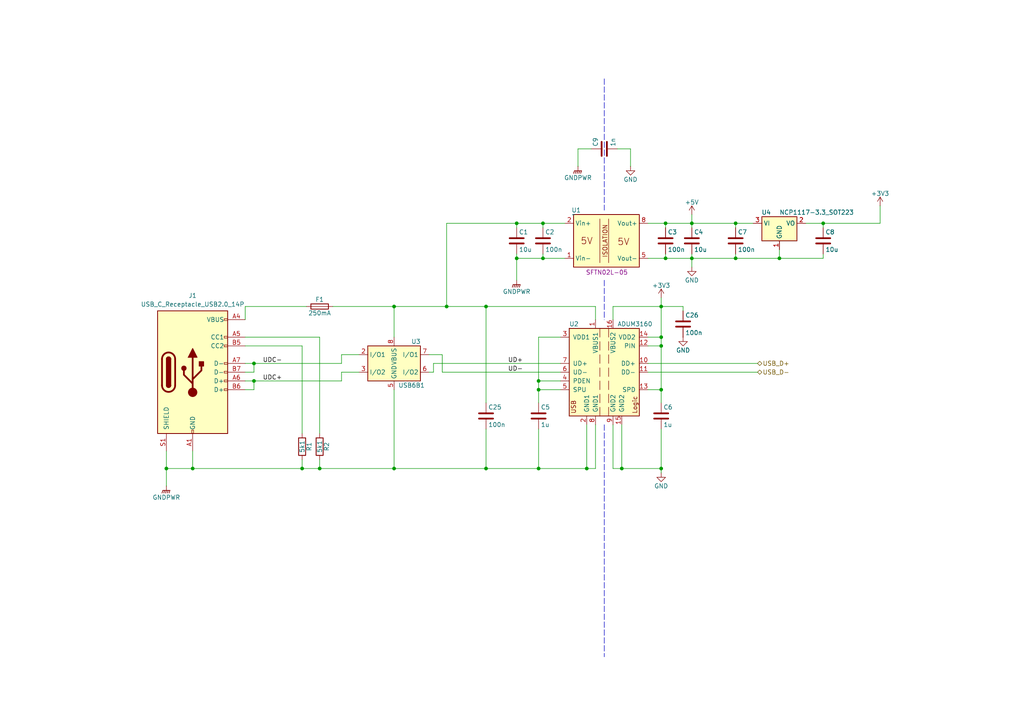
<source format=kicad_sch>
(kicad_sch (version 20250114) (generator "eeschema") (generator_version "9.0")
  (paper "A4")
  (lib_symbols
    (symbol "64Parts:SMD_DCDC_5V5V"
      (property "Reference" "U" (at 0.762 1.27 0))
      (property "MPN_MOUSER" "SFTN02L-05" (at 9.652 -16.764 0))
      (symbol "SMD_DCDC_5V5V_0_1"
        (polyline (pts (xy 7.62 -1.27) (xy 7.62 -13.97)))
        (polyline (pts (xy 10.16 -1.27) (xy 10.16 -13.97)))
      )
      (symbol "SMD_DCDC_5V5V_1_1"
        (rectangle (start 0 0) (end 19.05 -15.24) (stroke (width 0.254)) (fill (type background)))
        (text "5V" (at 3.81 -7.62 0) (effects (font (size 1.905 1.905))))
        (text "ISOLATION" (at 9.144 -7.62 900) (effects (font (size 1.27 1.27))))
        (text "5V" (at 14.478 -7.874 0) (effects (font (size 1.905 1.905))))
        (pin power_in line (at -2.54 -2.54 0) (length 2.54) (name "Vin+") (number "2"))
        (pin no_connect line (at -2.54 -5.08 0) (length 2.54) (hide yes) (name "NC") (number "3"))
        (pin no_connect line (at -2.54 -7.62 0) (length 2.54) (hide yes) (name "NC") (number "6"))
        (pin no_connect line (at -2.54 -10.16 0) (length 2.54) (hide yes) (name "NC") (number "7"))
        (pin power_in line (at -2.54 -12.7 0) (length 2.54) (name "Vin-") (number "1"))
        (pin power_out line (at 21.59 -2.54 180) (length 2.54) (name "Vout+") (number "8"))
        (pin no_connect line (at 21.59 -5.08 180) (length 2.54) (hide yes) (name "NC") (number "12"))
        (pin no_connect line (at 21.59 -7.62 180) (length 2.54) (hide yes) (name "NC") (number "11"))
        (pin no_connect line (at 21.59 -10.16 180) (length 2.54) (hide yes) (name "NC") (number "10"))
        (pin power_out line (at 21.59 -12.7 180) (length 2.54) (name "Vout-") (number "5"))
      )
    )
    (symbol "Connector:USB_C_Receptacle_USB2.0_14P" (pin_names (offset 1.016))
      (property "Reference" "J" (at 0 22.225 0))
      (property "Value" "USB_C_Receptacle_USB2.0_14P" (at 0 19.685 0))
      (symbol "USB_C_Receptacle_USB2.0_14P_0_0"
        (rectangle (start -0.254 -17.78) (end 0.254 -16.764))
        (rectangle (start 10.16 15.494) (end 9.144 14.986))
        (rectangle (start 10.16 10.414) (end 9.144 9.906))
        (rectangle (start 10.16 7.874) (end 9.144 7.366))
        (rectangle (start 10.16 2.794) (end 9.144 2.286))
        (rectangle (start 10.16 0.254) (end 9.144 -0.254))
        (rectangle (start 10.16 -2.286) (end 9.144 -2.794))
        (rectangle (start 10.16 -4.826) (end 9.144 -5.334))
      )
      (symbol "USB_C_Receptacle_USB2.0_14P_0_1"
        (rectangle (start -10.16 17.78) (end 10.16 -17.78) (stroke (width 0.254)) (fill (type background)))
        (polyline (pts (xy -8.89 -3.81) (xy -8.89 3.81)) (stroke (width 0.508)))
        (rectangle (start -7.62 -3.81) (end -6.35 3.81) (stroke (width 0.254)) (fill (type outline)))
        (arc (start -7.62 3.81) (mid -6.985 4.4423) (end -6.35 3.81) (stroke (width 0.254)))
        (arc (start -7.62 3.81) (mid -6.985 4.4423) (end -6.35 3.81) (stroke (width 0.254)) (fill (type outline)))
        (arc (start -8.89 3.81) (mid -6.985 5.7067) (end -5.08 3.81) (stroke (width 0.508)))
        (arc (start -5.08 -3.81) (mid -6.985 -5.7067) (end -8.89 -3.81) (stroke (width 0.508)))
        (arc (start -6.35 -3.81) (mid -6.985 -4.4423) (end -7.62 -3.81) (stroke (width 0.254)))
        (arc (start -6.35 -3.81) (mid -6.985 -4.4423) (end -7.62 -3.81) (stroke (width 0.254)) (fill (type outline)))
        (polyline (pts (xy -5.08 3.81) (xy -5.08 -3.81)) (stroke (width 0.508)))
        (circle (center -2.54 1.143) (radius 0.635) (stroke (width 0.254)) (fill (type outline)))
        (polyline (pts (xy -1.27 4.318) (xy 0 6.858) (xy 1.27 4.318) (xy -1.27 4.318)) (stroke (width 0.254)) (fill (type outline)))
        (polyline (pts (xy 0 -2.032) (xy 2.54 0.508) (xy 2.54 1.778)) (stroke (width 0.508)))
        (polyline (pts (xy 0 -3.302) (xy -2.54 -0.762) (xy -2.54 0.508)) (stroke (width 0.508)))
        (polyline (pts (xy 0 -5.842) (xy 0 4.318)) (stroke (width 0.508)))
        (circle (center 0 -5.842) (radius 1.27) (fill (type outline)))
        (rectangle (start 1.905 1.778) (end 3.175 3.048) (stroke (width 0.254)) (fill (type outline)))
      )
      (symbol "USB_C_Receptacle_USB2.0_14P_1_1"
        (pin passive line (at -7.62 -22.86 90) (length 5.08) (name "SHIELD") (number "S1"))
        (pin passive line (at 0 -22.86 90) (length 5.08) (name "GND") (number "A1"))
        (pin passive line (at 0 -22.86 90) (length 5.08) (hide yes) (name "GND") (number "A12"))
        (pin passive line (at 0 -22.86 90) (length 5.08) (hide yes) (name "GND") (number "B1"))
        (pin passive line (at 0 -22.86 90) (length 5.08) (hide yes) (name "GND") (number "B12"))
        (pin passive line (at 15.24 15.24 180) (length 5.08) (name "VBUS") (number "A4"))
        (pin passive line (at 15.24 15.24 180) (length 5.08) (hide yes) (name "VBUS") (number "A9"))
        (pin passive line (at 15.24 15.24 180) (length 5.08) (hide yes) (name "VBUS") (number "B4"))
        (pin passive line (at 15.24 15.24 180) (length 5.08) (hide yes) (name "VBUS") (number "B9"))
        (pin bidirectional line (at 15.24 10.16 180) (length 5.08) (name "CC1") (number "A5"))
        (pin bidirectional line (at 15.24 7.62 180) (length 5.08) (name "CC2") (number "B5"))
        (pin bidirectional line (at 15.24 2.54 180) (length 5.08) (name "D-") (number "A7"))
        (pin bidirectional line (at 15.24 0 180) (length 5.08) (name "D-") (number "B7"))
        (pin bidirectional line (at 15.24 -2.54 180) (length 5.08) (name "D+") (number "A6"))
        (pin bidirectional line (at 15.24 -5.08 180) (length 5.08) (name "D+") (number "B6"))
      )
    )
    (symbol "Device:C" (pin_numbers (hide yes)) (pin_names (offset 0.254))
      (property "Reference" "C" (at 0.635 2.54 0))
      (property "Value" "C" (at 0.635 -2.54 0))
      (symbol "C_0_1"
        (polyline (pts (xy -2.032 0.762) (xy 2.032 0.762)) (stroke (width 0.508)))
        (polyline (pts (xy -2.032 -0.762) (xy 2.032 -0.762)) (stroke (width 0.508)))
      )
      (symbol "C_1_1"
        (pin passive line (at 0 3.81 270) (length 2.794) (name "~") (number "1"))
        (pin passive line (at 0 -3.81 90) (length 2.794) (name "~") (number "2"))
      )
    )
    (symbol "Device:Fuse" (pin_numbers (hide yes)) (pin_names (offset 0))
      (property "Reference" "F" (at 2.032 0 90))
      (property "Value" "Fuse" (at -1.905 0 90))
      (symbol "Fuse_0_1"
        (rectangle (start -0.762 -2.54) (end 0.762 2.54) (stroke (width 0.254)))
        (polyline (pts (xy 0 2.54) (xy 0 -2.54)))
      )
      (symbol "Fuse_1_1"
        (pin passive line (at 0 3.81 270) (length 1.27) (name "~") (number "1"))
        (pin passive line (at 0 -3.81 90) (length 1.27) (name "~") (number "2"))
      )
    )
    (symbol "Device:R" (pin_numbers (hide yes)) (pin_names (offset 0))
      (property "Reference" "R" (at 2.032 0 90))
      (property "Value" "R" (at 0 0 90))
      (symbol "R_0_1"
        (rectangle (start -1.016 -2.54) (end 1.016 2.54) (stroke (width 0.254)))
      )
      (symbol "R_1_1"
        (pin passive line (at 0 3.81 270) (length 1.27) (name "~") (number "1"))
        (pin passive line (at 0 -3.81 90) (length 1.27) (name "~") (number "2"))
      )
    )
    (symbol "Interface_USB:ADUM3160" (pin_names (offset 1.016))
      (property "Reference" "U" (at -10.16 13.97 0))
      (property "Value" "ADUM3160" (at 3.81 13.97 0))
      (symbol "ADUM3160_0_0"
        (text "Logic" (at 8.89 -12.065 900) (effects (font (size 1.27 1.27)) (justify left)))
      )
      (symbol "ADUM3160_0_1"
        (rectangle (start -10.16 12.7) (end 10.16 -12.7) (stroke (width 0.254)) (fill (type background)))
        (polyline (pts (xy -1.27 12.7) (xy -1.27 10.16)))
        (polyline (pts (xy -1.27 8.89) (xy -1.27 6.35)))
        (polyline (pts (xy -1.27 5.08) (xy -1.27 2.54)))
        (polyline (pts (xy -1.27 1.27) (xy -1.27 -1.27)))
        (polyline (pts (xy -1.27 -2.54) (xy -1.27 -5.08)))
        (polyline (pts (xy -1.27 -6.35) (xy -1.27 -8.89)))
        (polyline (pts (xy -1.27 -10.16) (xy -1.27 -12.7)))
        (polyline (pts (xy 1.27 12.7) (xy 1.27 10.16)))
        (polyline (pts (xy 1.27 8.89) (xy 1.27 6.35)))
        (polyline (pts (xy 1.27 5.08) (xy 1.27 2.54)))
        (polyline (pts (xy 1.27 1.27) (xy 1.27 -1.27)))
        (polyline (pts (xy 1.27 -2.54) (xy 1.27 -5.08)))
        (polyline (pts (xy 1.27 -6.35) (xy 1.27 -8.89)))
        (polyline (pts (xy 1.27 -10.16) (xy 1.27 -12.7)))
      )
      (symbol "ADUM3160_1_0"
        (text "USB" (at -8.89 -12.065 900) (effects (font (size 1.27 1.27)) (justify left)))
      )
      (symbol "ADUM3160_1_1"
        (pin power_in line (at -12.7 10.16 0) (length 2.54) (name "VDD1") (number "3"))
        (pin bidirectional line (at -12.7 2.54 0) (length 2.54) (name "UD+") (number "7"))
        (pin bidirectional line (at -12.7 0 0) (length 2.54) (name "UD-") (number "6"))
        (pin input line (at -12.7 -2.54 0) (length 2.54) (name "PDEN") (number "4"))
        (pin input line (at -12.7 -5.08 0) (length 2.54) (name "SPU") (number "5"))
        (pin power_in line (at -5.08 -15.24 90) (length 2.54) (name "GND1") (number "2"))
        (pin power_in line (at -2.54 15.24 270) (length 2.54) (name "VBUS1") (number "1"))
        (pin power_in line (at -2.54 -15.24 90) (length 2.54) (name "GND1") (number "8"))
        (pin power_in line (at 2.54 15.24 270) (length 2.54) (name "VBUS2") (number "16"))
        (pin power_in line (at 2.54 -15.24 90) (length 2.54) (name "GND2") (number "9"))
        (pin power_in line (at 5.08 -15.24 90) (length 2.54) (name "GND2") (number "15"))
        (pin power_in line (at 12.7 10.16 180) (length 2.54) (name "VDD2") (number "14"))
        (pin input line (at 12.7 7.62 180) (length 2.54) (name "PIN") (number "12"))
        (pin bidirectional line (at 12.7 2.54 180) (length 2.54) (name "DD+") (number "10"))
        (pin bidirectional line (at 12.7 0 180) (length 2.54) (name "DD-") (number "11"))
        (pin input line (at 12.7 -5.08 180) (length 2.54) (name "SPD") (number "13"))
      )
    )
    (symbol "Power_Protection:USB6B1"
      (property "Reference" "U" (at 6.35 6.35 0))
      (property "Value" "USB6B1" (at 5.08 -6.35 0))
      (symbol "USB6B1_0_1"
        (rectangle (start -7.62 -5.08) (end 7.62 5.08) (stroke (width 0.254)) (fill (type background)))
      )
      (symbol "USB6B1_1_1"
        (pin passive line (at -10.16 2.54 0) (length 2.54) (name "I/O1") (number "2"))
        (pin passive line (at -10.16 -2.54 0) (length 2.54) (name "I/O2") (number "3"))
        (pin passive line (at 0 7.62 270) (length 2.54) (hide yes) (name "VBUS") (number "1"))
        (pin passive line (at 0 7.62 270) (length 2.54) (name "VBUS") (number "8"))
        (pin passive line (at 0 -7.62 90) (length 2.54) (hide yes) (name "GND") (number "4"))
        (pin passive line (at 0 -7.62 90) (length 2.54) (name "GND") (number "5"))
        (pin passive line (at 10.16 2.54 180) (length 2.54) (name "I/O1") (number "7"))
        (pin passive line (at 10.16 -2.54 180) (length 2.54) (name "I/O2") (number "6"))
      )
    )
    (symbol "Regulator_Linear:NCP1117-3.3_SOT223"
      (property "Reference" "U" (at -3.81 3.175 0))
      (property "Value" "NCP1117-3.3_SOT223" (at 0 3.175 0))
      (symbol "NCP1117-3.3_SOT223_0_1"
        (rectangle (start -5.08 -5.08) (end 5.08 1.905) (stroke (width 0.254)) (fill (type background)))
      )
      (symbol "NCP1117-3.3_SOT223_1_1"
        (pin power_in line (at -7.62 0 0) (length 2.54) (name "VI") (number "3"))
        (pin power_in line (at 0 -7.62 90) (length 2.54) (name "GND") (number "1"))
        (pin power_out line (at 7.62 0 180) (length 2.54) (name "VO") (number "2"))
      )
    )
    (symbol "power:+3V3" (power) (pin_numbers (hide yes)) (pin_names (offset 0) (hide yes))
      (property "Value" "+3V3" (at 0 3.556 0))
      (symbol "+3V3_0_1"
        (polyline (pts (xy -0.762 1.27) (xy 0 2.54)))
        (polyline (pts (xy 0 2.54) (xy 0.762 1.27)))
        (polyline (pts (xy 0 0) (xy 0 2.54)))
      )
      (symbol "+3V3_1_1"
        (pin power_in line (at 0 0 90) (length 0) (name "~") (number "1"))
      )
    )
    (symbol "power:+5V" (power) (pin_numbers (hide yes)) (pin_names (offset 0) (hide yes))
      (property "Value" "+5V" (at 0 3.556 0))
      (symbol "+5V_0_1"
        (polyline (pts (xy -0.762 1.27) (xy 0 2.54)))
        (polyline (pts (xy 0 2.54) (xy 0.762 1.27)))
        (polyline (pts (xy 0 0) (xy 0 2.54)))
      )
      (symbol "+5V_1_1"
        (pin power_in line (at 0 0 90) (length 0) (name "~") (number "1"))
      )
    )
    (symbol "power:GND" (power) (pin_numbers (hide yes)) (pin_names (offset 0) (hide yes))
      (property "Value" "GND" (at 0 -3.81 0))
      (symbol "GND_0_1"
        (polyline (pts (xy 0 0) (xy 0 -1.27) (xy 1.27 -1.27) (xy 0 -2.54) (xy -1.27 -1.27) (xy 0 -1.27)))
      )
      (symbol "GND_1_1"
        (pin power_in line (at 0 0 270) (length 0) (name "~") (number "1"))
      )
    )
    (symbol "power:GNDPWR" (power) (pin_numbers (hide yes)) (pin_names (offset 0) (hide yes))
      (property "Value" "GNDPWR" (at 0 -3.302 0))
      (symbol "GNDPWR_0_1"
        (polyline (pts (xy -1.016 -1.27) (xy -1.27 -2.032) (xy -1.27 -2.032)) (stroke (width 0.2032)))
        (polyline (pts (xy -0.508 -1.27) (xy -0.762 -2.032) (xy -0.762 -2.032)) (stroke (width 0.2032)))
        (polyline (pts (xy 0 -1.27) (xy 0 0)))
        (polyline (pts (xy 0 -1.27) (xy -0.254 -2.032) (xy -0.254 -2.032)) (stroke (width 0.2032)))
        (polyline (pts (xy 0.508 -1.27) (xy 0.254 -2.032) (xy 0.254 -2.032)) (stroke (width 0.2032)))
        (polyline (pts (xy 1.016 -1.27) (xy -1.016 -1.27) (xy -1.016 -1.27)) (stroke (width 0.2032)))
        (polyline (pts (xy 1.016 -1.27) (xy 0.762 -2.032) (xy 0.762 -2.032) (xy 0.762 -2.032)) (stroke (width 0.2032)))
      )
      (symbol "GNDPWR_1_1"
        (pin power_in line (at 0 0 270) (length 0) (name "~") (number "1"))
      )
    )
  )
  (junction (at 73.66 105.41))
  (junction (at 191.77 113.03))
  (junction (at 87.63 135.89))
  (junction (at 191.77 97.79))
  (junction (at 149.86 64.77))
  (junction (at 191.77 100.33))
  (junction (at 129.54 88.9))
  (junction (at 193.04 74.93))
  (junction (at 114.3 135.89))
  (junction (at 114.3 88.9))
  (junction (at 73.66 110.49))
  (junction (at 191.77 88.9))
  (junction (at 149.86 74.93))
  (junction (at 213.36 64.77))
  (junction (at 156.21 113.03))
  (junction (at 92.71 135.89))
  (junction (at 55.88 135.89))
  (junction (at 170.18 135.89))
  (junction (at 200.66 74.93))
  (junction (at 191.77 135.89))
  (junction (at 213.36 74.93))
  (junction (at 140.97 135.89))
  (junction (at 157.48 64.77))
  (junction (at 157.48 74.93))
  (junction (at 156.21 110.49))
  (junction (at 238.76 64.77))
  (junction (at 140.97 88.9))
  (junction (at 193.04 64.77))
  (junction (at 200.66 64.77))
  (junction (at 156.21 135.89))
  (junction (at 48.26 135.89))
  (junction (at 180.34 135.89))
  (junction (at 226.06 74.93))
  (wire (pts (xy 191.77 113.03) (xy 191.77 100.33)))
  (wire (pts (xy 191.77 113.03) (xy 191.77 116.84)))
  (wire (pts (xy 187.96 100.33) (xy 191.77 100.33)))
  (wire (pts (xy 213.36 64.77) (xy 218.44 64.77)))
  (wire (pts (xy 191.77 135.89) (xy 191.77 124.46)))
  (wire (pts (xy 193.04 74.93) (xy 200.66 74.93)))
  (wire (pts (xy 191.77 88.9) (xy 191.77 97.79)))
  (wire (pts (xy 255.27 64.77) (xy 255.27 59.69)))
  (wire (pts (xy 191.77 86.36) (xy 191.77 88.9)))
  (wire (pts (xy 157.48 64.77) (xy 149.86 64.77)))
  (wire (pts (xy 149.86 64.77) (xy 129.54 64.77)))
  (wire (pts (xy 156.21 97.79) (xy 162.56 97.79)))
  (wire (pts (xy 48.26 130.81) (xy 48.26 135.89)))
  (wire (pts (xy 163.83 64.77) (xy 157.48 64.77)))
  (wire (pts (xy 73.66 107.95) (xy 71.12 107.95)))
  (wire (pts (xy 172.72 92.71) (xy 172.72 88.9)))
  (wire (pts (xy 149.86 73.66) (xy 149.86 74.93)))
  (wire (pts (xy 187.96 105.41) (xy 219.71 105.41)))
  (wire (pts (xy 99.06 102.87) (xy 99.06 105.41)))
  (wire (pts (xy 114.3 113.03) (xy 114.3 135.89)))
  (wire (pts (xy 55.88 135.89) (xy 87.63 135.89)))
  (wire (pts (xy 180.34 135.89) (xy 191.77 135.89)))
  (wire (pts (xy 177.8 135.89) (xy 180.34 135.89)))
  (wire (pts (xy 96.52 88.9) (xy 114.3 88.9)))
  (wire (pts (xy 198.12 88.9) (xy 191.77 88.9)))
  (wire (pts (xy 170.18 123.19) (xy 170.18 135.89)))
  (wire (pts (xy 92.71 135.89) (xy 92.71 133.35)))
  (wire (pts (xy 193.04 73.66) (xy 193.04 74.93)))
  (wire (pts (xy 177.8 123.19) (xy 177.8 135.89)))
  (wire (pts (xy 238.76 66.04) (xy 238.76 64.77)))
  (wire (pts (xy 129.54 88.9) (xy 140.97 88.9)))
  (wire (pts (xy 73.66 110.49) (xy 99.06 110.49)))
  (wire (pts (xy 128.27 107.95) (xy 128.27 102.87)))
  (wire (pts (xy 213.36 73.66) (xy 213.36 74.93)))
  (wire (pts (xy 92.71 135.89) (xy 114.3 135.89)))
  (wire (pts (xy 226.06 74.93) (xy 226.06 72.39)))
  (wire (pts (xy 156.21 110.49) (xy 156.21 97.79)))
  (wire (pts (xy 55.88 135.89) (xy 48.26 135.89)))
  (wire (pts (xy 213.36 64.77) (xy 213.36 66.04)))
  (wire (pts (xy 177.8 92.71) (xy 177.8 88.9)))
  (wire (pts (xy 200.66 64.77) (xy 200.66 66.04)))
  (wire (pts (xy 129.54 64.77) (xy 129.54 88.9)))
  (wire (pts (xy 200.66 74.93) (xy 213.36 74.93)))
  (wire (pts (xy 187.96 74.93) (xy 193.04 74.93)))
  (wire (pts (xy 180.34 123.19) (xy 180.34 135.89)))
  (wire (pts (xy 238.76 64.77) (xy 255.27 64.77)))
  (wire (pts (xy 213.36 74.93) (xy 226.06 74.93)))
  (wire (pts (xy 157.48 74.93) (xy 163.83 74.93)))
  (wire (pts (xy 179.07 43.18) (xy 182.88 43.18)))
  (wire (pts (xy 73.66 105.41) (xy 99.06 105.41)))
  (wire (pts (xy 92.71 97.79) (xy 92.71 125.73)))
  (wire (pts (xy 87.63 100.33) (xy 71.12 100.33)))
  (wire (pts (xy 87.63 135.89) (xy 92.71 135.89)))
  (wire (pts (xy 140.97 135.89) (xy 156.21 135.89)))
  (wire (pts (xy 140.97 88.9) (xy 172.72 88.9)))
  (wire (pts (xy 156.21 113.03) (xy 156.21 110.49)))
  (wire (pts (xy 71.12 113.03) (xy 73.66 113.03)))
  (wire (pts (xy 71.12 105.41) (xy 73.66 105.41)))
  (wire (pts (xy 156.21 124.46) (xy 156.21 135.89)))
  (polyline (pts (xy 175.26 123.19) (xy 175.26 190.5)) (stroke (width 0) (type dash)))
  (wire (pts (xy 170.18 135.89) (xy 156.21 135.89)))
  (wire (pts (xy 124.46 107.95) (xy 125.73 107.95)))
  (wire (pts (xy 191.77 135.89) (xy 191.77 137.16)))
  (wire (pts (xy 48.26 135.89) (xy 48.26 140.97)))
  (polyline (pts (xy 175.26 81.28) (xy 175.26 92.71)) (stroke (width 0) (type dash)))
  (wire (pts (xy 73.66 105.41) (xy 73.66 107.95)))
  (wire (pts (xy 200.66 73.66) (xy 200.66 74.93)))
  (polyline (pts (xy 175.26 22.86) (xy 175.26 60.96)) (stroke (width 0) (type dash)))
  (wire (pts (xy 128.27 102.87) (xy 124.46 102.87)))
  (wire (pts (xy 87.63 125.73) (xy 87.63 100.33)))
  (wire (pts (xy 238.76 64.77) (xy 233.68 64.77)))
  (wire (pts (xy 193.04 64.77) (xy 193.04 66.04)))
  (wire (pts (xy 200.66 64.77) (xy 213.36 64.77)))
  (wire (pts (xy 87.63 135.89) (xy 87.63 133.35)))
  (wire (pts (xy 157.48 64.77) (xy 157.48 66.04)))
  (wire (pts (xy 226.06 74.93) (xy 238.76 74.93)))
  (wire (pts (xy 140.97 88.9) (xy 140.97 116.84)))
  (wire (pts (xy 200.66 62.23) (xy 200.66 64.77)))
  (wire (pts (xy 191.77 100.33) (xy 191.77 97.79)))
  (wire (pts (xy 55.88 130.81) (xy 55.88 135.89)))
  (wire (pts (xy 167.64 43.18) (xy 171.45 43.18)))
  (wire (pts (xy 156.21 116.84) (xy 156.21 113.03)))
  (wire (pts (xy 140.97 124.46) (xy 140.97 135.89)))
  (wire (pts (xy 125.73 107.95) (xy 125.73 105.41)))
  (wire (pts (xy 187.96 113.03) (xy 191.77 113.03)))
  (wire (pts (xy 156.21 113.03) (xy 162.56 113.03)))
  (wire (pts (xy 149.86 74.93) (xy 149.86 81.28)))
  (wire (pts (xy 149.86 74.93) (xy 157.48 74.93)))
  (wire (pts (xy 71.12 88.9) (xy 88.9 88.9)))
  (wire (pts (xy 114.3 135.89) (xy 140.97 135.89)))
  (wire (pts (xy 187.96 107.95) (xy 219.71 107.95)))
  (wire (pts (xy 200.66 74.93) (xy 200.66 77.47)))
  (wire (pts (xy 114.3 88.9) (xy 114.3 97.79)))
  (wire (pts (xy 99.06 107.95) (xy 104.14 107.95)))
  (wire (pts (xy 156.21 110.49) (xy 162.56 110.49)))
  (wire (pts (xy 71.12 88.9) (xy 71.12 92.71)))
  (wire (pts (xy 172.72 135.89) (xy 170.18 135.89)))
  (wire (pts (xy 182.88 43.18) (xy 182.88 48.26)))
  (wire (pts (xy 128.27 107.95) (xy 162.56 107.95)))
  (wire (pts (xy 71.12 110.49) (xy 73.66 110.49)))
  (wire (pts (xy 238.76 74.93) (xy 238.76 73.66)))
  (wire (pts (xy 191.77 97.79) (xy 187.96 97.79)))
  (wire (pts (xy 71.12 97.79) (xy 92.71 97.79)))
  (wire (pts (xy 177.8 88.9) (xy 191.77 88.9)))
  (wire (pts (xy 149.86 64.77) (xy 149.86 66.04)))
  (wire (pts (xy 104.14 102.87) (xy 99.06 102.87)))
  (wire (pts (xy 73.66 110.49) (xy 73.66 113.03)))
  (wire (pts (xy 157.48 73.66) (xy 157.48 74.93)))
  (wire (pts (xy 193.04 64.77) (xy 200.66 64.77)))
  (wire (pts (xy 187.96 64.77) (xy 193.04 64.77)))
  (wire (pts (xy 167.64 48.26) (xy 167.64 43.18)))
  (wire (pts (xy 99.06 110.49) (xy 99.06 107.95)))
  (wire (pts (xy 114.3 88.9) (xy 129.54 88.9)))
  (wire (pts (xy 172.72 123.19) (xy 172.72 135.89)))
  (wire (pts (xy 125.73 105.41) (xy 162.56 105.41)))
  (wire (pts (xy 198.12 90.17) (xy 198.12 88.9)))
  (label "UD-" (at 147.32 107.95 0))
  (label "UDC+" (at 76.2 110.49 0))
  (label "UDC-" (at 76.2 105.41 0))
  (label "UD+" (at 147.32 105.41 0))
  (hierarchical_label "USB_D-" (shape bidirectional) (at 219.71 107.95 0))
  (hierarchical_label "USB_D+" (shape bidirectional) (at 219.71 105.41 0))
  (symbol (lib_id "Device:C") (at 238.76 69.85 0) (unit 1)
    (property "Reference" "C8" (at 239.395 67.31 0) (effects (justify left)))
    (property "Value" "10u" (at 239.395 72.39 0) (effects (justify left)))
    (property "Footprint" "Capacitor_SMD:C_0805_2012Metric" (effects (hide yes)))
    (property "Description" "Unpolarized capacitor" (effects (hide yes)))
    (property "LCSC" "C15850" (effects (hide yes)))
    (property "MPN_LCSC" "CL21A106KAYNNNE" (effects (hide yes)))
  )
  (symbol (lib_id "power:GND") (at 198.12 97.79 0) (unit 1)
    (property "Reference" "#PWR047" (effects (hide yes)))
    (property "Value" "GND" (at 198.12 101.6 0))
    (property "Description" "Power symbol creates a global label with name \"GND\" , ground" (effects (hide yes)))
  )
  (symbol (lib_id "Power_Protection:USB6B1") (at 114.3 105.41 0) (unit 1)
    (property "Reference" "U3" (at 120.65 99.06 0))
    (property "Value" "USB6B1" (at 119.38 111.76 0))
    (property "Footprint" "Package_SO:SOIC-8_3.9x4.9mm_P1.27mm" (effects (hide yes)))
    (property "Datasheet" "http://www.st.com/content/ccc/resource/technical/document/datasheet/3e/ec/b2/54/b2/76/47/90/CD00001361.pdf/files/CD00001361.pdf/jcr:content/translations/en.CD00001361.pdf" (effects (hide yes)))
    (property "Description" "5V Data line protection" (effects (hide yes)))
    (property "LCSC" "C10508" (effects (hide yes)))
    (property "MPN_LCSC" "USB6B1RL" (effects (hide yes)))
  )
  (symbol (lib_id "Device:Fuse") (at 92.71 88.9 90) (unit 1)
    (property "Reference" "F1" (at 92.71 86.868 90))
    (property "Value" "250mA" (at 92.71 90.805 90))
    (property "Footprint" "Fuse:Fuse_1206_3216Metric" (effects (hide yes)))
    (property "Description" "Fuse" (effects (hide yes)))
    (property "LCSC" "C20798" (effects (hide yes)))
    (property "MPN_LCSC" "SMD1206P025TF" (effects (hide yes)))
  )
  (symbol (lib_id "Device:C") (at 149.86 69.85 0) (unit 1)
    (property "Reference" "C1" (at 150.495 67.31 0) (effects (justify left)))
    (property "Value" "10u" (at 150.495 72.39 0) (effects (justify left)))
    (property "Footprint" "Capacitor_SMD:C_0805_2012Metric" (effects (hide yes)))
    (property "Description" "Unpolarized capacitor" (effects (hide yes)))
    (property "LCSC" "C15850" (effects (hide yes)))
    (property "MPN_LCSC" "CL21A106KAYNNNE" (effects (hide yes)))
  )
  (symbol (lib_id "Device:C") (at 175.26 43.18 90) (unit 1)
    (property "Reference" "C9" (at 172.72 42.545 0) (effects (justify left)))
    (property "Value" "1n" (at 177.8 42.545 0) (effects (justify left)))
    (property "Footprint" "Capacitor_THT:C_Disc_D10.0mm_W2.5mm_P5.00mm" (effects (hide yes)))
    (property "Description" "Unpolarized capacitor" (effects (hide yes)))
    (property "LCSC" "C499502" (effects (hide yes)))
    (property "MPN_LCSC" "VY1102M35Y5UQ63V0" (effects (hide yes)))
  )
  (symbol (lib_id "Connector:USB_C_Receptacle_USB2.0_14P") (at 55.88 107.95 0) (unit 1)
    (property "Reference" "J1" (at 55.88 85.725 0))
    (property "Value" "USB_C_Receptacle_USB2.0_14P" (at 55.88 88.265 0))
    (property "Footprint" "Connector_USB:USB_C_Receptacle_HCTL_HC-TYPE-C-16P-01A" (effects (hide yes)))
    (property "Datasheet" "https://www.usb.org/sites/default/files/documents/usb_type-c.zip" (effects (hide yes)))
    (property "Description" "USB 2.0-only 14P Type-C Receptacle connector" (effects (hide yes)))
    (property "LCSC" "C2894897" (effects (hide yes)))
    (property "MPN_LCSC" "HC-TYPE-C-16P-01A" (effects (hide yes)))
  )
  (symbol (lib_id "Device:C") (at 157.48 69.85 0) (unit 1)
    (property "Reference" "C2" (at 158.115 67.31 0) (effects (justify left)))
    (property "Value" "100n" (at 158.115 72.39 0) (effects (justify left)))
    (property "Footprint" "Capacitor_SMD:C_0603_1608Metric" (effects (hide yes)))
    (property "Description" "Unpolarized capacitor" (effects (hide yes)))
    (property "LCSC" "C14663" (effects (hide yes)))
    (property "MPN_LCSC" "CC0603KRX7R9BB104" (effects (hide yes)))
  )
  (symbol (lib_id "Device:C") (at 213.36 69.85 0) (unit 1)
    (property "Reference" "C7" (at 213.995 67.31 0) (effects (justify left)))
    (property "Value" "100n" (at 213.995 72.39 0) (effects (justify left)))
    (property "Footprint" "Capacitor_SMD:C_0603_1608Metric" (effects (hide yes)))
    (property "Description" "Unpolarized capacitor" (effects (hide yes)))
    (property "LCSC" "C14663" (effects (hide yes)))
    (property "MPN_LCSC" "CC0603KRX7R9BB104" (effects (hide yes)))
  )
  (symbol (lib_id "64Parts:SMD_DCDC_5V5V") (at 166.37 62.23 0) (unit 1)
    (property "Reference" "U1" (at 167.132 60.96 0))
    (property "Value" "~" (at 166.37 62.23 0))
    (property "Footprint" "64Parts:SMD_DCDC" (effects (hide yes)))
    (property "Description" "DC/DC isolated converter 5V to 5V" (effects (hide yes)))
    (property "MPN_LCSC" "13DS1-05S05NNL" (effects (hide yes)))
    (property "LCSC" "C115958" (effects (hide yes)))
    (property "MPN_MOUSER" "SFTN02L-05" (at 176.022 78.994 0))
    (property "MOUSER" "709-SFTN02L-05" (effects (hide yes)))
  )
  (symbol (lib_id "Device:C") (at 191.77 120.65 0) (unit 1)
    (property "Reference" "C6" (at 192.405 118.11 0) (effects (justify left)))
    (property "Value" "1u" (at 192.405 123.19 0) (effects (justify left)))
    (property "Footprint" "Capacitor_SMD:C_0603_1608Metric" (effects (hide yes)))
    (property "Description" "Unpolarized capacitor" (effects (hide yes)))
    (property "LCSC" "C15849" (effects (hide yes)))
    (property "MPN_LCSC" "CL10A105KB8NNNC" (effects (hide yes)))
  )
  (symbol (lib_id "power:GNDPWR") (at 48.26 140.97 0) (unit 1)
    (property "Reference" "#PWR01" (effects (hide yes)))
    (property "Value" "GNDPWR" (at 48.26 144.272 0))
    (property "Description" "Power symbol creates a global label with name \"GNDPWR\" , global ground" (effects (hide yes)))
  )
  (symbol (lib_id "power:GND") (at 182.88 48.26 0) (unit 1)
    (property "Reference" "#PWR08" (effects (hide yes)))
    (property "Value" "GND" (at 182.88 52.07 0))
    (property "Description" "Power symbol creates a global label with name \"GND\" , ground" (effects (hide yes)))
  )
  (symbol (lib_id "Device:R") (at 92.71 129.54 0) (unit 1)
    (property "Reference" "R2" (at 94.742 129.54 90))
    (property "Value" "5k1" (at 92.71 129.54 90))
    (property "Footprint" "Resistor_SMD:R_0603_1608Metric" (effects (hide yes)))
    (property "Description" "Resistor" (effects (hide yes)))
    (property "LCSC" "C23186" (effects (hide yes)))
    (property "MPN_LCSC" "0603WAF5101T5E" (effects (hide yes)))
  )
  (symbol (lib_id "power:+3V3") (at 191.77 86.36 0) (unit 1)
    (property "Reference" "#PWR06" (effects (hide yes)))
    (property "Value" "+3V3" (at 191.77 82.804 0))
    (property "Description" "Power symbol creates a global label with name \"+3V3\"" (effects (hide yes)))
  )
  (symbol (lib_id "Device:C") (at 193.04 69.85 0) (unit 1)
    (property "Reference" "C3" (at 193.675 67.31 0) (effects (justify left)))
    (property "Value" "100n" (at 193.675 72.39 0) (effects (justify left)))
    (property "Footprint" "Capacitor_SMD:C_0603_1608Metric" (effects (hide yes)))
    (property "Description" "Unpolarized capacitor" (effects (hide yes)))
    (property "LCSC" "C14663" (effects (hide yes)))
    (property "MPN_LCSC" "CC0603KRX7R9BB104" (effects (hide yes)))
  )
  (symbol (lib_id "Regulator_Linear:NCP1117-3.3_SOT223") (at 226.06 64.77 0) (unit 1)
    (property "Reference" "U4" (at 222.25 61.595 0))
    (property "Value" "NCP1117-3.3_SOT223" (at 226.06 61.595 0) (effects (justify left)))
    (property "Footprint" "Package_TO_SOT_SMD:SOT-223-3_TabPin2" (effects (hide yes)))
    (property "Datasheet" "http://www.onsemi.com/pub_link/Collateral/NCP1117-D.PDF" (effects (hide yes)))
    (property "Description" "1A Low drop-out regulator, Fixed Output 3.3V, SOT-223" (effects (hide yes)))
    (property "LCSC" "C6186" (effects (hide yes)))
    (property "MPN_LCSC" "AMS1117-3.3" (effects (hide yes)))
  )
  (symbol (lib_id "Interface_USB:ADUM3160") (at 175.26 107.95 0) (unit 1)
    (property "Reference" "U2" (at 165.1 93.98 0) (effects (justify left)))
    (property "Value" "ADUM3160" (at 179.07 93.98 0) (effects (justify left)))
    (property "Footprint" "Package_SO:SOIC-16W_7.5x10.3mm_P1.27mm" (effects (hide yes)))
    (property "Datasheet" "https://www.analog.com/media/en/technical-documentation/data-sheets/ADuM3160.pdf" (effects (hide yes)))
    (property "Description" "Full/Low Speed, iCoupler USB Digital Isolator, 2.5kV protection" (effects (hide yes)))
    (property "LCSC" "C284149" (effects (hide yes)))
    (property "MOUSER" "584-ADUM3160BRWZ-R" (effects (hide yes)))
    (property "MPN_LCSC" "ADUM3160BRWZ-RL " (effects (hide yes)))
    (property "MPN_MOUSER" "ADUM3160BRWZ-RL" (effects (hide yes)))
  )
  (symbol (lib_id "power:+5V") (at 200.66 62.23 0) (unit 1)
    (property "Reference" "#PWR03" (effects (hide yes)))
    (property "Value" "+5V" (at 200.66 58.674 0))
    (property "Description" "Power symbol creates a global label with name \"+5V\"" (effects (hide yes)))
  )
  (symbol (lib_id "Device:C") (at 200.66 69.85 0) (unit 1)
    (property "Reference" "C4" (at 201.295 67.31 0) (effects (justify left)))
    (property "Value" "10u" (at 201.295 72.39 0) (effects (justify left)))
    (property "Footprint" "Capacitor_SMD:C_0805_2012Metric" (effects (hide yes)))
    (property "Description" "Unpolarized capacitor" (effects (hide yes)))
    (property "LCSC" "C15850" (effects (hide yes)))
    (property "MPN_LCSC" "CL21A106KAYNNNE" (effects (hide yes)))
  )
  (symbol (lib_id "Device:C") (at 198.12 93.98 0) (unit 1)
    (property "Reference" "C26" (at 198.755 91.44 0) (effects (justify left)))
    (property "Value" "100n" (at 198.755 96.52 0) (effects (justify left)))
    (property "Footprint" "Capacitor_SMD:C_0603_1608Metric" (effects (hide yes)))
    (property "Description" "Unpolarized capacitor" (effects (hide yes)))
    (property "LCSC" "C14663" (effects (hide yes)))
    (property "MPN_LCSC" "CC0603KRX7R9BB104" (effects (hide yes)))
  )
  (symbol (lib_id "power:GND") (at 191.77 137.16 0) (unit 1)
    (property "Reference" "#PWR05" (effects (hide yes)))
    (property "Value" "GND" (at 191.77 140.97 0))
    (property "Description" "Power symbol creates a global label with name \"GND\" , ground" (effects (hide yes)))
  )
  (symbol (lib_id "power:GNDPWR") (at 149.86 81.28 0) (unit 1)
    (property "Reference" "#PWR02" (effects (hide yes)))
    (property "Value" "GNDPWR" (at 149.86 84.582 0))
    (property "Description" "Power symbol creates a global label with name \"GNDPWR\" , global ground" (effects (hide yes)))
  )
  (symbol (lib_id "power:+3V3") (at 255.27 59.69 0) (unit 1)
    (property "Reference" "#PWR07" (effects (hide yes)))
    (property "Value" "+3V3" (at 255.27 56.134 0))
    (property "Description" "Power symbol creates a global label with name \"+3V3\"" (effects (hide yes)))
  )
  (symbol (lib_id "Device:R") (at 87.63 129.54 0) (unit 1)
    (property "Reference" "R1" (at 89.662 129.54 90))
    (property "Value" "5k1" (at 87.63 129.54 90))
    (property "Footprint" "Resistor_SMD:R_0603_1608Metric" (effects (hide yes)))
    (property "Description" "Resistor" (effects (hide yes)))
    (property "LCSC" "C23186" (effects (hide yes)))
    (property "MPN_LCSC" "0603WAF5101T5E" (effects (hide yes)))
  )
  (symbol (lib_id "Device:C") (at 140.97 120.65 0) (unit 1)
    (property "Reference" "C25" (at 141.605 118.11 0) (effects (justify left)))
    (property "Value" "100n" (at 141.605 123.19 0) (effects (justify left)))
    (property "Footprint" "Capacitor_SMD:C_0603_1608Metric" (effects (hide yes)))
    (property "Description" "Unpolarized capacitor" (effects (hide yes)))
    (property "LCSC" "C14663" (effects (hide yes)))
    (property "MPN_LCSC" "CC0603KRX7R9BB104" (effects (hide yes)))
  )
  (symbol (lib_id "Device:C") (at 156.21 120.65 0) (unit 1)
    (property "Reference" "C5" (at 156.845 118.11 0) (effects (justify left)))
    (property "Value" "1u" (at 156.845 123.19 0) (effects (justify left)))
    (property "Footprint" "Capacitor_SMD:C_0603_1608Metric" (effects (hide yes)))
    (property "Description" "Unpolarized capacitor" (effects (hide yes)))
    (property "LCSC" "C15849" (effects (hide yes)))
    (property "MPN_LCSC" "CL10A105KB8NNNC" (effects (hide yes)))
  )
  (symbol (lib_id "power:GND") (at 200.66 77.47 0) (unit 1)
    (property "Reference" "#PWR04" (effects (hide yes)))
    (property "Value" "GND" (at 200.66 81.28 0))
    (property "Description" "Power symbol creates a global label with name \"GND\" , ground" (effects (hide yes)))
  )
  (symbol (lib_id "power:GNDPWR") (at 167.64 48.26 0) (unit 1)
    (property "Reference" "#PWR09" (effects (hide yes)))
    (property "Value" "GNDPWR" (at 167.64 51.562 0))
    (property "Description" "Power symbol creates a global label with name \"GNDPWR\" , global ground" (effects (hide yes)))
  )
)
</source>
